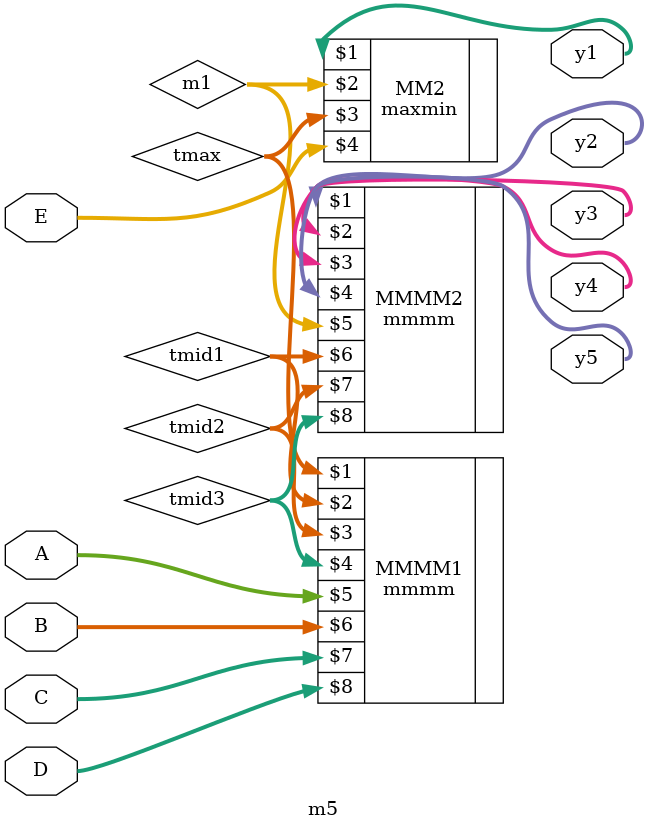
<source format=v>
module m5 (y1,y2,y3,y4,y5,A,B,C,D,E); //1904*2 + 272 = 4080

input [7:0] A,B,C,D,E;
output [7:0] y1,y2,y3,y4,y5;

wire [7:0] tmax,tmid1,tmid2,tmid3,m1;

mmmm MMMM1 (tmax,tmid1,tmid2,tmid3,A,B,C,D);
maxmin MM2 (y1,m1,tmax,E);
mmmm MMMM2 (y2,y3,y4,y5,m1,tmid1,tmid2,tmid3);

endmodule

</source>
